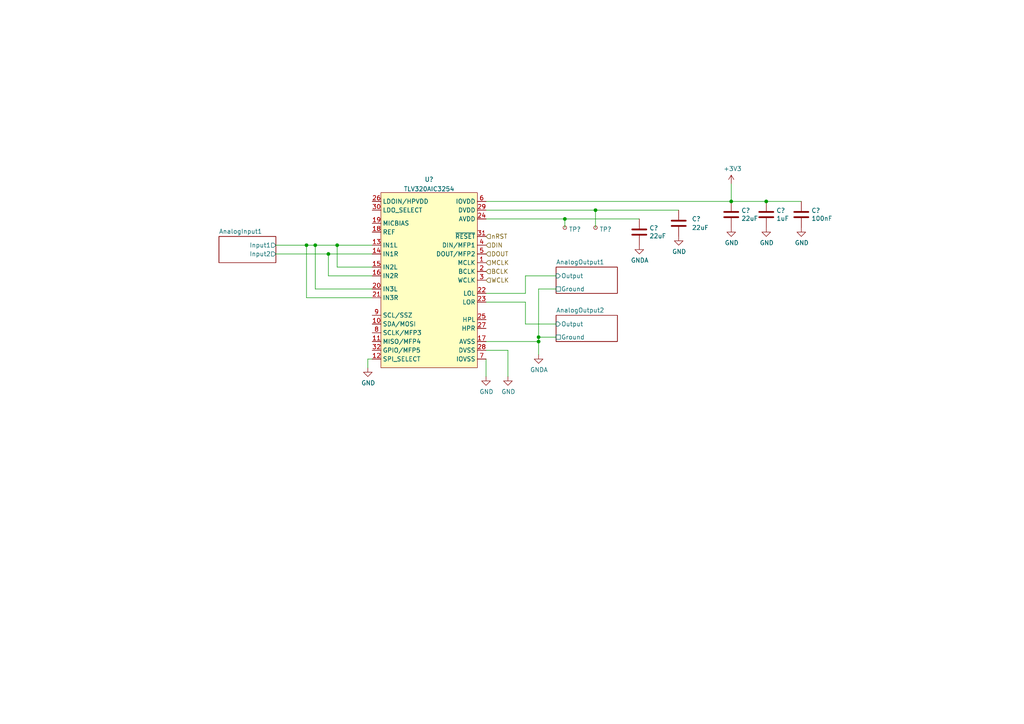
<source format=kicad_sch>
(kicad_sch (version 20211123) (generator eeschema)
  (paper "A4")
  (lib_symbols
    (symbol "Connector:TestPoint_Small" (pin_numbers hide) (pin_names (offset 0.762) hide)
      (property "Reference" "TP" (at 0 3.81 0))
      (property "Value" "TestPoint_Small" (at 0 2.032 0))
      (symbol "TestPoint_Small_0_1"
        (circle (center 0 0) (radius 0.508))
      )
      (symbol "TestPoint_Small_1_1"
        (pin passive line (at 0 0 90) (length 0) (name "1") (number "1"))
      )
    )
    (symbol "Device:C" (pin_numbers hide) (pin_names (offset 0.254))
      (property "Reference" "C" (at 0.635 2.54 0))
      (property "Value" "C" (at 0.635 -2.54 0))
      (symbol "C_0_1"
        (polyline (pts (xy -2.032 -0.762) (xy 2.032 -0.762)) (stroke (width 0.508)))
        (polyline (pts (xy -2.032 0.762) (xy 2.032 0.762)) (stroke (width 0.508)))
      )
      (symbol "C_1_1"
        (pin passive line (at 0 3.81 270) (length 2.794) (name "~") (number "1"))
        (pin passive line (at 0 -3.81 90) (length 2.794) (name "~") (number "2"))
      )
    )
    (symbol "awesomeaudio:TLV320AIC3254"
      (property "Reference" "U" (at -13.97 26.67 0))
      (property "Value" "TLV320AIC3254" (at 0 26.67 0))
      (symbol "TLV320AIC3254_0_1"
        (rectangle (start -15.24 25.4) (end 12.7 -25.4) (fill (type background)))
      )
      (symbol "TLV320AIC3254_1_1"
        (pin input line (at 15.24 5.08 180) (length 2.54) (name "MCLK") (number "1"))
        (pin bidirectional line (at -17.78 -12.7 0) (length 2.54) (name "SDA/MOSI") (number "10"))
        (pin output line (at -17.78 -17.78 0) (length 2.54) (name "MISO/MFP4") (number "11"))
        (pin input line (at -17.78 -22.86 0) (length 2.54) (name "SPI_SELECT") (number "12"))
        (pin input line (at -17.78 10.16 0) (length 2.54) (name "IN1L") (number "13"))
        (pin input line (at -17.78 7.62 0) (length 2.54) (name "IN1R") (number "14"))
        (pin input line (at -17.78 3.81 0) (length 2.54) (name "IN2L") (number "15"))
        (pin input line (at -17.78 1.27 0) (length 2.54) (name "IN2R") (number "16"))
        (pin power_in line (at 15.24 -17.78 180) (length 2.54) (name "AVSS") (number "17"))
        (pin output line (at -17.78 13.97 0) (length 2.54) (name "REF") (number "18"))
        (pin output line (at -17.78 16.51 0) (length 2.54) (name "MICBIAS") (number "19"))
        (pin bidirectional line (at 15.24 2.54 180) (length 2.54) (name "BCLK") (number "2"))
        (pin input line (at -17.78 -2.54 0) (length 2.54) (name "IN3L") (number "20"))
        (pin input line (at -17.78 -5.08 0) (length 2.54) (name "IN3R") (number "21"))
        (pin output line (at 15.24 -3.81 180) (length 2.54) (name "LOL") (number "22"))
        (pin output line (at 15.24 -6.35 180) (length 2.54) (name "LOR") (number "23"))
        (pin passive line (at 15.24 17.78 180) (length 2.54) (name "AVDD") (number "24"))
        (pin output line (at 15.24 -11.43 180) (length 2.54) (name "HPL") (number "25"))
        (pin power_in line (at -17.78 22.86 0) (length 2.54) (name "LDOIN/HPVDD") (number "26"))
        (pin output line (at 15.24 -13.97 180) (length 2.54) (name "HPR") (number "27"))
        (pin power_in line (at 15.24 -20.32 180) (length 2.54) (name "DVSS") (number "28"))
        (pin passive line (at 15.24 20.32 180) (length 2.54) (name "DVDD") (number "29"))
        (pin bidirectional line (at 15.24 0 180) (length 2.54) (name "WCLK") (number "3"))
        (pin input line (at -17.78 20.32 0) (length 2.54) (name "LDO_SELECT") (number "30"))
        (pin input line (at 15.24 12.7 180) (length 2.54) (name "~{RESET}") (number "31"))
        (pin output line (at -17.78 -20.32 0) (length 2.54) (name "GPIO/MFP5") (number "32"))
        (pin input line (at 15.24 10.16 180) (length 2.54) (name "DIN/MFP1") (number "4"))
        (pin output line (at 15.24 7.62 180) (length 2.54) (name "DOUT/MFP2") (number "5"))
        (pin power_in line (at 15.24 22.86 180) (length 2.54) (name "IOVDD") (number "6"))
        (pin power_in line (at 15.24 -22.86 180) (length 2.54) (name "IOVSS") (number "7"))
        (pin bidirectional line (at -17.78 -15.24 0) (length 2.54) (name "SCLK/MFP3") (number "8"))
        (pin input line (at -17.78 -10.16 0) (length 2.54) (name "SCL/SSZ") (number "9"))
      )
    )
    (symbol "power:+3V3" (power) (pin_names (offset 0))
      (property "Value" "+3V3" (at 0 3.556 0))
      (symbol "+3V3_0_1"
        (polyline (pts (xy -0.762 1.27) (xy 0 2.54)))
        (polyline (pts (xy 0 0) (xy 0 2.54)))
        (polyline (pts (xy 0 2.54) (xy 0.762 1.27)))
      )
      (symbol "+3V3_1_1"
        (pin power_in line (at 0 0 90) (length 0) hide (name "+3V3") (number "1"))
      )
    )
    (symbol "power:GND" (power) (pin_names (offset 0))
      (property "Value" "GND" (at 0 -3.81 0))
      (symbol "GND_0_1"
        (polyline (pts (xy 0 0) (xy 0 -1.27) (xy 1.27 -1.27) (xy 0 -2.54) (xy -1.27 -1.27) (xy 0 -1.27)))
      )
      (symbol "GND_1_1"
        (pin power_in line (at 0 0 270) (length 0) hide (name "GND") (number "1"))
      )
    )
    (symbol "power:GNDA" (power) (pin_names (offset 0))
      (property "Value" "GNDA" (at 0 -3.81 0))
      (symbol "GNDA_0_1"
        (polyline (pts (xy 0 0) (xy 0 -1.27) (xy 1.27 -1.27) (xy 0 -2.54) (xy -1.27 -1.27) (xy 0 -1.27)))
      )
      (symbol "GNDA_1_1"
        (pin power_in line (at 0 0 270) (length 0) hide (name "GNDA") (number "1"))
      )
    )
  )
  (junction (at 88.9 71.12))
  (junction (at 91.44 71.12))
  (junction (at 95.25 73.66))
  (junction (at 156.21 97.79))
  (junction (at 156.21 99.06))
  (junction (at 172.72 60.96))
  (junction (at 97.79 71.12))
  (junction (at 212.09 58.42))
  (junction (at 222.25 58.42))
  (junction (at 163.83 63.5))
  (wire (pts (xy 140.97 63.5) (xy 163.83 63.5)))
  (wire (pts (xy 152.4 80.01) (xy 161.29 80.01)))
  (wire (pts (xy 107.95 77.47) (xy 97.79 77.47)))
  (wire (pts (xy 156.21 99.06) (xy 156.21 97.79)))
  (wire (pts (xy 106.68 104.14) (xy 106.68 106.68)))
  (wire (pts (xy 97.79 71.12) (xy 107.95 71.12)))
  (wire (pts (xy 156.21 97.79) (xy 161.29 97.79)))
  (wire (pts (xy 91.44 83.82) (xy 91.44 71.12)))
  (wire (pts (xy 107.95 86.36) (xy 88.9 86.36)))
  (wire (pts (xy 163.83 63.5) (xy 185.42 63.5)))
  (wire (pts (xy 152.4 93.98) (xy 161.29 93.98)))
  (wire (pts (xy 147.32 101.6) (xy 147.32 109.22)))
  (wire (pts (xy 88.9 86.36) (xy 88.9 71.12)))
  (wire (pts (xy 140.97 60.96) (xy 172.72 60.96)))
  (wire (pts (xy 212.09 58.42) (xy 222.25 58.42)))
  (wire (pts (xy 88.9 71.12) (xy 91.44 71.12)))
  (wire (pts (xy 107.95 104.14) (xy 106.68 104.14)))
  (wire (pts (xy 156.21 83.82) (xy 161.29 83.82)))
  (wire (pts (xy 156.21 83.82) (xy 156.21 97.79)))
  (wire (pts (xy 107.95 80.01) (xy 95.25 80.01)))
  (wire (pts (xy 107.95 83.82) (xy 91.44 83.82)))
  (wire (pts (xy 140.97 58.42) (xy 212.09 58.42)))
  (wire (pts (xy 172.72 60.96) (xy 196.85 60.96)))
  (wire (pts (xy 152.4 87.63) (xy 152.4 93.98)))
  (wire (pts (xy 140.97 87.63) (xy 152.4 87.63)))
  (wire (pts (xy 95.25 80.01) (xy 95.25 73.66)))
  (wire (pts (xy 152.4 85.09) (xy 152.4 80.01)))
  (wire (pts (xy 140.97 101.6) (xy 147.32 101.6)))
  (wire (pts (xy 140.97 99.06) (xy 156.21 99.06)))
  (wire (pts (xy 91.44 71.12) (xy 97.79 71.12)))
  (wire (pts (xy 222.25 58.42) (xy 232.41 58.42)))
  (wire (pts (xy 97.79 71.12) (xy 97.79 77.47)))
  (wire (pts (xy 212.09 53.34) (xy 212.09 58.42)))
  (wire (pts (xy 95.25 73.66) (xy 107.95 73.66)))
  (wire (pts (xy 140.97 104.14) (xy 140.97 109.22)))
  (wire (pts (xy 156.21 99.06) (xy 156.21 102.87)))
  (wire (pts (xy 80.01 73.66) (xy 95.25 73.66)))
  (wire (pts (xy 140.97 85.09) (xy 152.4 85.09)))
  (wire (pts (xy 172.72 60.96) (xy 172.72 66.04)))
  (wire (pts (xy 80.01 71.12) (xy 88.9 71.12)))
  (wire (pts (xy 163.83 63.5) (xy 163.83 66.04)))
  (hierarchical_label "nRST" (shape input) (at 140.97 68.58 0))
  (hierarchical_label "MCLK" (shape input) (at 140.97 76.2 0))
  (hierarchical_label "WCLK" (shape input) (at 140.97 81.28 0))
  (hierarchical_label "BCLK" (shape input) (at 140.97 78.74 0))
  (hierarchical_label "DIN" (shape input) (at 140.97 71.12 0))
  (hierarchical_label "DOUT" (shape input) (at 140.97 73.66 0))
  (symbol (lib_id "power:GND") (at 196.85 68.58 0)
    (property "Reference" "#PWR?" (effects hide))
    (property "Value" "GND" (at 196.977 72.9742 0))
  )
  (symbol (lib_id "power:GND") (at 212.09 66.04 0)
    (property "Reference" "#PWR?" (effects hide))
    (property "Value" "GND" (at 212.217 70.4342 0))
  )
  (symbol (lib_id "power:GND") (at 232.41 66.04 0)
    (property "Reference" "#PWR?" (effects hide))
    (property "Value" "GND" (at 232.537 70.4342 0))
  )
  (symbol (lib_id "Device:C") (at 185.42 67.31 0)
    (property "Reference" "C?" (at 188.341 66.1416 0) (effects (justify left)))
    (property "Value" "22uF" (at 188.341 68.453 0) (effects (justify left)))
    (property "Footprint" "Capacitor_SMD:C_0805_2012Metric" (effects hide))
    (property "LCSC" "C45783" (effects hide))
  )
  (symbol (lib_id "power:GND") (at 106.68 106.68 0)
    (property "Reference" "#PWR?" (effects hide))
    (property "Value" "GND" (at 106.807 111.0742 0))
  )
  (symbol (lib_id "power:GNDA") (at 185.42 71.12 0)
    (property "Reference" "#PWR?" (effects hide))
    (property "Value" "GNDA" (at 185.547 75.5142 0))
  )
  (symbol (lib_id "power:+3V3") (at 212.09 53.34 0)
    (property "Reference" "#PWR?" (effects hide))
    (property "Value" "+3V3" (at 212.471 48.9458 0))
  )
  (symbol (lib_id "Device:C") (at 196.85 64.77 0)
    (property "Reference" "C?" (at 200.66 63.5 0) (effects (justify left)))
    (property "Value" "22uF" (at 200.66 66.04 0) (effects (justify left)))
    (property "Footprint" "Capacitor_SMD:C_0805_2012Metric" (effects hide))
    (property "LCSC" "C45783" (effects hide))
  )
  (symbol (lib_id "power:GND") (at 140.97 109.22 0)
    (property "Reference" "#PWR?" (effects hide))
    (property "Value" "GND" (at 141.097 113.6142 0))
  )
  (symbol (lib_id "Device:C") (at 212.09 62.23 0)
    (property "Reference" "C?" (at 215.011 61.0616 0) (effects (justify left)))
    (property "Value" "22uF" (at 215.011 63.373 0) (effects (justify left)))
    (property "Footprint" "Capacitor_SMD:C_0805_2012Metric" (effects hide))
    (property "LCSC" "C45783" (effects hide))
  )
  (symbol (lib_id "Connector:TestPoint_Small") (at 172.72 66.04 0)
    (property "Reference" "TP?" (at 173.863 66.519 0) (effects (justify left)))
    (property "Value" "TestPoint_Small" (effects hide))
    (property "Footprint" "TestPoint:TestPoint_Pad_2.0x2.0mm" (effects hide))
  )
  (symbol (lib_id "power:GNDA") (at 156.21 102.87 0)
    (property "Reference" "#PWR?" (effects hide))
    (property "Value" "GNDA" (at 156.337 107.2642 0))
  )
  (symbol (lib_id "Device:C") (at 222.25 62.23 0)
    (property "Reference" "C?" (at 225.171 61.0616 0) (effects (justify left)))
    (property "Value" "1uF" (at 225.171 63.373 0) (effects (justify left)))
    (property "Footprint" "Capacitor_SMD:C_0603_1608Metric" (effects hide))
    (property "LCSC" "C15849" (effects hide))
  )
  (symbol (lib_id "awesomeaudio:TLV320AIC3254") (at 125.73 81.28 0)
    (property "Reference" "U?" (at 124.46 52.0405 0))
    (property "Value" "TLV320AIC3254" (at 124.46 54.8156 0))
    (property "Footprint" "Package_DFN_QFN:QFN-32-1EP_5x5mm_P0.5mm_EP3.3x3.3mm_ThermalVias" (effects hide))
    (property "Datasheet" "https://datasheet.lcsc.com/lcsc/1809131555_Texas-Instruments-TLV320AIC3254IRHBR_C9925.pdf" (effects hide))
  )
  (symbol (lib_id "Connector:TestPoint_Small") (at 163.83 66.04 0)
    (property "Reference" "TP?" (at 164.973 66.519 0) (effects (justify left)))
    (property "Value" "TestPoint_Small" (effects hide))
    (property "Footprint" "TestPoint:TestPoint_Pad_2.0x2.0mm" (effects hide))
  )
  (symbol (lib_id "power:GND") (at 222.25 66.04 0)
    (property "Reference" "#PWR?" (effects hide))
    (property "Value" "GND" (at 222.377 70.4342 0))
  )
  (symbol (lib_id "Device:C") (at 232.41 62.23 0)
    (property "Reference" "C?" (at 235.331 61.0616 0) (effects (justify left)))
    (property "Value" "100nF" (at 235.331 63.373 0) (effects (justify left)))
    (property "Footprint" "Capacitor_SMD:C_0603_1608Metric" (effects hide))
    (property "LCSC" "C14663" (effects hide))
  )
  (symbol (lib_id "power:GND") (at 147.32 109.22 0)
    (property "Reference" "#PWR?" (effects hide))
    (property "Value" "GND" (at 147.447 113.6142 0))
  )
  (sheet (at 161.29 91.44) (size 17.78 7.62) (stroke (width 0.1524))
    (property "Sheet name" "AnalogOutput2" (at 161.29 90.7284 0) (effects (justify left bottom)))
    (property "Sheet file" "analog-out.kicad_sch" (effects hide))
    (pin "Output" input (at 161.29 93.98 180))
    (pin "Ground" passive (at 161.29 97.79 180))
  )
  (sheet (at 161.29 77.47) (size 17.78 7.62) (stroke (width 0.1524))
    (property "Sheet name" "AnalogOutput1" (at 161.29 76.7584 0) (effects (justify left bottom)))
    (property "Sheet file" "analog-out.kicad_sch" (effects hide))
    (pin "Output" input (at 161.29 80.01 180))
    (pin "Ground" passive (at 161.29 83.82 180))
  )
  (sheet (at 63.5 68.58) (size 16.51 7.62) (stroke (width 0.1524))
    (property "Sheet name" "AnalogInput1" (at 63.5 67.8684 0) (effects (justify left bottom)))
    (property "Sheet file" "analog-in.kicad_sch" (effects hide))
    (pin "Input1" output (at 80.01 71.12 0))
    (pin "Input2" output (at 80.01 73.66 0))
  )
)
</source>
